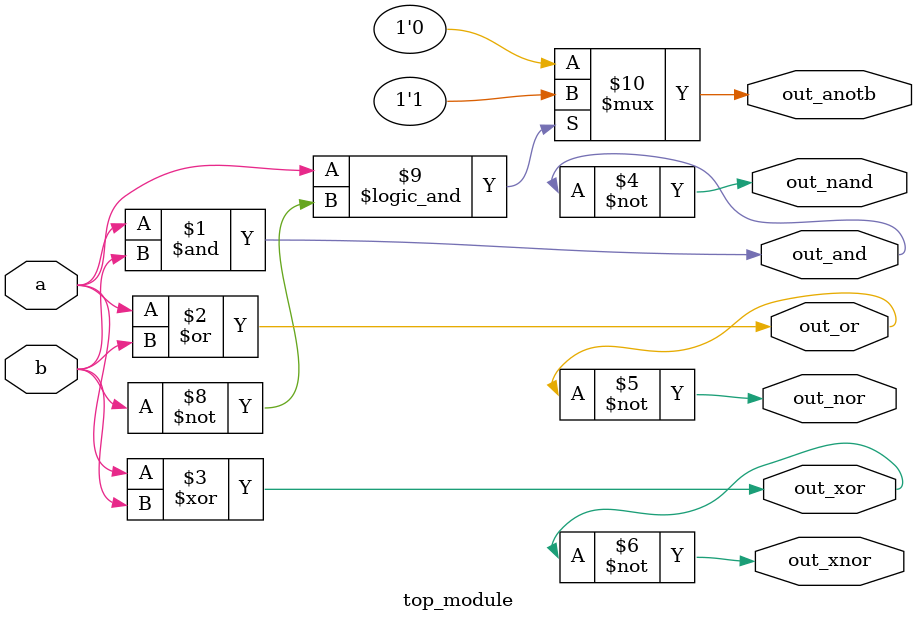
<source format=v>
module top_module( 
    input a, b,
    output out_and,
    output out_or,
    output out_xor,
    output out_nand,
    output out_nor,
    output out_xnor,
    output out_anotb
);
assign out_and = a&b;
assign out_or = a|b;
assign out_xor = a^b;
assign out_nand = ~out_and;
assign out_nor = ~out_or;
assign out_xnor  =~out_xor;
assign out_anotb = (a==1'b1 && b==1'b0)?1'b1:1'b0;
endmodule

</source>
